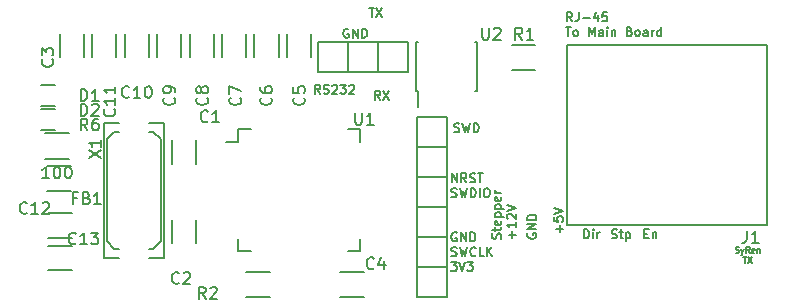
<source format=gto>
G04 #@! TF.FileFunction,Legend,Top*
%FSLAX46Y46*%
G04 Gerber Fmt 4.6, Leading zero omitted, Abs format (unit mm)*
G04 Created by KiCad (PCBNEW (2015-01-16 BZR 5376)-product) date 3/8/2015 1:32:21 AM*
%MOMM*%
G01*
G04 APERTURE LIST*
%ADD10C,0.149860*%
%ADD11C,0.177800*%
%ADD12C,0.127000*%
%ADD13C,0.150000*%
G04 APERTURE END LIST*
D10*
D11*
X267066857Y-130522414D02*
X266812857Y-130159557D01*
X266631429Y-130522414D02*
X266631429Y-129760414D01*
X266921714Y-129760414D01*
X266994286Y-129796700D01*
X267030571Y-129832986D01*
X267066857Y-129905557D01*
X267066857Y-130014414D01*
X267030571Y-130086986D01*
X266994286Y-130123271D01*
X266921714Y-130159557D01*
X266631429Y-130159557D01*
X267611143Y-129760414D02*
X267611143Y-130304700D01*
X267574857Y-130413557D01*
X267502286Y-130486129D01*
X267393429Y-130522414D01*
X267320857Y-130522414D01*
X267974000Y-130232129D02*
X268554571Y-130232129D01*
X269244000Y-130014414D02*
X269244000Y-130522414D01*
X269062571Y-129724129D02*
X268881143Y-130268414D01*
X269352857Y-130268414D01*
X270006000Y-129760414D02*
X269643143Y-129760414D01*
X269606857Y-130123271D01*
X269643143Y-130086986D01*
X269715714Y-130050700D01*
X269897143Y-130050700D01*
X269969714Y-130086986D01*
X270006000Y-130123271D01*
X270042285Y-130195843D01*
X270042285Y-130377271D01*
X270006000Y-130449843D01*
X269969714Y-130486129D01*
X269897143Y-130522414D01*
X269715714Y-130522414D01*
X269643143Y-130486129D01*
X269606857Y-130449843D01*
X266522571Y-131005014D02*
X266958000Y-131005014D01*
X266740286Y-131767014D02*
X266740286Y-131005014D01*
X267320857Y-131767014D02*
X267248285Y-131730729D01*
X267212000Y-131694443D01*
X267175714Y-131621871D01*
X267175714Y-131404157D01*
X267212000Y-131331586D01*
X267248285Y-131295300D01*
X267320857Y-131259014D01*
X267429714Y-131259014D01*
X267502285Y-131295300D01*
X267538571Y-131331586D01*
X267574857Y-131404157D01*
X267574857Y-131621871D01*
X267538571Y-131694443D01*
X267502285Y-131730729D01*
X267429714Y-131767014D01*
X267320857Y-131767014D01*
X268482000Y-131767014D02*
X268482000Y-131005014D01*
X268736000Y-131549300D01*
X268990000Y-131005014D01*
X268990000Y-131767014D01*
X269679428Y-131767014D02*
X269679428Y-131367871D01*
X269643142Y-131295300D01*
X269570571Y-131259014D01*
X269425428Y-131259014D01*
X269352857Y-131295300D01*
X269679428Y-131730729D02*
X269606857Y-131767014D01*
X269425428Y-131767014D01*
X269352857Y-131730729D01*
X269316571Y-131658157D01*
X269316571Y-131585586D01*
X269352857Y-131513014D01*
X269425428Y-131476729D01*
X269606857Y-131476729D01*
X269679428Y-131440443D01*
X270042286Y-131767014D02*
X270042286Y-131259014D01*
X270042286Y-131005014D02*
X270006000Y-131041300D01*
X270042286Y-131077586D01*
X270078571Y-131041300D01*
X270042286Y-131005014D01*
X270042286Y-131077586D01*
X270405143Y-131259014D02*
X270405143Y-131767014D01*
X270405143Y-131331586D02*
X270441428Y-131295300D01*
X270514000Y-131259014D01*
X270622857Y-131259014D01*
X270695428Y-131295300D01*
X270731714Y-131367871D01*
X270731714Y-131767014D01*
X271929143Y-131367871D02*
X272038000Y-131404157D01*
X272074285Y-131440443D01*
X272110571Y-131513014D01*
X272110571Y-131621871D01*
X272074285Y-131694443D01*
X272038000Y-131730729D01*
X271965428Y-131767014D01*
X271675143Y-131767014D01*
X271675143Y-131005014D01*
X271929143Y-131005014D01*
X272001714Y-131041300D01*
X272038000Y-131077586D01*
X272074285Y-131150157D01*
X272074285Y-131222729D01*
X272038000Y-131295300D01*
X272001714Y-131331586D01*
X271929143Y-131367871D01*
X271675143Y-131367871D01*
X272546000Y-131767014D02*
X272473428Y-131730729D01*
X272437143Y-131694443D01*
X272400857Y-131621871D01*
X272400857Y-131404157D01*
X272437143Y-131331586D01*
X272473428Y-131295300D01*
X272546000Y-131259014D01*
X272654857Y-131259014D01*
X272727428Y-131295300D01*
X272763714Y-131331586D01*
X272800000Y-131404157D01*
X272800000Y-131621871D01*
X272763714Y-131694443D01*
X272727428Y-131730729D01*
X272654857Y-131767014D01*
X272546000Y-131767014D01*
X273453143Y-131767014D02*
X273453143Y-131367871D01*
X273416857Y-131295300D01*
X273344286Y-131259014D01*
X273199143Y-131259014D01*
X273126572Y-131295300D01*
X273453143Y-131730729D02*
X273380572Y-131767014D01*
X273199143Y-131767014D01*
X273126572Y-131730729D01*
X273090286Y-131658157D01*
X273090286Y-131585586D01*
X273126572Y-131513014D01*
X273199143Y-131476729D01*
X273380572Y-131476729D01*
X273453143Y-131440443D01*
X273816001Y-131767014D02*
X273816001Y-131259014D01*
X273816001Y-131404157D02*
X273852286Y-131331586D01*
X273888572Y-131295300D01*
X273961143Y-131259014D01*
X274033715Y-131259014D01*
X274614286Y-131767014D02*
X274614286Y-131005014D01*
X274614286Y-131730729D02*
X274541715Y-131767014D01*
X274396572Y-131767014D01*
X274324000Y-131730729D01*
X274287715Y-131694443D01*
X274251429Y-131621871D01*
X274251429Y-131404157D01*
X274287715Y-131331586D01*
X274324000Y-131295300D01*
X274396572Y-131259014D01*
X274541715Y-131259014D01*
X274614286Y-131295300D01*
X273192000Y-148495571D02*
X273446000Y-148495571D01*
X273554857Y-148894714D02*
X273192000Y-148894714D01*
X273192000Y-148132714D01*
X273554857Y-148132714D01*
X273881429Y-148386714D02*
X273881429Y-148894714D01*
X273881429Y-148459286D02*
X273917714Y-148423000D01*
X273990286Y-148386714D01*
X274099143Y-148386714D01*
X274171714Y-148423000D01*
X274208000Y-148495571D01*
X274208000Y-148894714D01*
X270419857Y-148858429D02*
X270528714Y-148894714D01*
X270710143Y-148894714D01*
X270782714Y-148858429D01*
X270819000Y-148822143D01*
X270855285Y-148749571D01*
X270855285Y-148677000D01*
X270819000Y-148604429D01*
X270782714Y-148568143D01*
X270710143Y-148531857D01*
X270565000Y-148495571D01*
X270492428Y-148459286D01*
X270456143Y-148423000D01*
X270419857Y-148350429D01*
X270419857Y-148277857D01*
X270456143Y-148205286D01*
X270492428Y-148169000D01*
X270565000Y-148132714D01*
X270746428Y-148132714D01*
X270855285Y-148169000D01*
X271072999Y-148386714D02*
X271363285Y-148386714D01*
X271181857Y-148132714D02*
X271181857Y-148785857D01*
X271218142Y-148858429D01*
X271290714Y-148894714D01*
X271363285Y-148894714D01*
X271617286Y-148386714D02*
X271617286Y-149148714D01*
X271617286Y-148423000D02*
X271689857Y-148386714D01*
X271835000Y-148386714D01*
X271907571Y-148423000D01*
X271943857Y-148459286D01*
X271980143Y-148531857D01*
X271980143Y-148749571D01*
X271943857Y-148822143D01*
X271907571Y-148858429D01*
X271835000Y-148894714D01*
X271689857Y-148894714D01*
X271617286Y-148858429D01*
X268083144Y-148894714D02*
X268083144Y-148132714D01*
X268264572Y-148132714D01*
X268373429Y-148169000D01*
X268446001Y-148241571D01*
X268482286Y-148314143D01*
X268518572Y-148459286D01*
X268518572Y-148568143D01*
X268482286Y-148713286D01*
X268446001Y-148785857D01*
X268373429Y-148858429D01*
X268264572Y-148894714D01*
X268083144Y-148894714D01*
X268845144Y-148894714D02*
X268845144Y-148386714D01*
X268845144Y-148132714D02*
X268808858Y-148169000D01*
X268845144Y-148205286D01*
X268881429Y-148169000D01*
X268845144Y-148132714D01*
X268845144Y-148205286D01*
X269208001Y-148894714D02*
X269208001Y-148386714D01*
X269208001Y-148531857D02*
X269244286Y-148459286D01*
X269280572Y-148423000D01*
X269353143Y-148386714D01*
X269425715Y-148386714D01*
X266004429Y-148368571D02*
X266004429Y-147788000D01*
X266294714Y-148078286D02*
X265714143Y-148078286D01*
X265532714Y-147062285D02*
X265532714Y-147425142D01*
X265895571Y-147461428D01*
X265859286Y-147425142D01*
X265823000Y-147352571D01*
X265823000Y-147171142D01*
X265859286Y-147098571D01*
X265895571Y-147062285D01*
X265968143Y-147026000D01*
X266149571Y-147026000D01*
X266222143Y-147062285D01*
X266258429Y-147098571D01*
X266294714Y-147171142D01*
X266294714Y-147352571D01*
X266258429Y-147425142D01*
X266222143Y-147461428D01*
X265532714Y-146808286D02*
X266294714Y-146554286D01*
X265532714Y-146300286D01*
X263319000Y-148469429D02*
X263282714Y-148542000D01*
X263282714Y-148650857D01*
X263319000Y-148759714D01*
X263391571Y-148832286D01*
X263464143Y-148868571D01*
X263609286Y-148904857D01*
X263718143Y-148904857D01*
X263863286Y-148868571D01*
X263935857Y-148832286D01*
X264008429Y-148759714D01*
X264044714Y-148650857D01*
X264044714Y-148578286D01*
X264008429Y-148469429D01*
X263972143Y-148433143D01*
X263718143Y-148433143D01*
X263718143Y-148578286D01*
X264044714Y-148106571D02*
X263282714Y-148106571D01*
X264044714Y-147671143D01*
X263282714Y-147671143D01*
X264044714Y-147308285D02*
X263282714Y-147308285D01*
X263282714Y-147126857D01*
X263319000Y-147018000D01*
X263391571Y-146945428D01*
X263464143Y-146909143D01*
X263609286Y-146872857D01*
X263718143Y-146872857D01*
X263863286Y-146909143D01*
X263935857Y-146945428D01*
X264008429Y-147018000D01*
X264044714Y-147126857D01*
X264044714Y-147308285D01*
X261013829Y-148904857D02*
X261050114Y-148796000D01*
X261050114Y-148614571D01*
X261013829Y-148542000D01*
X260977543Y-148505714D01*
X260904971Y-148469429D01*
X260832400Y-148469429D01*
X260759829Y-148505714D01*
X260723543Y-148542000D01*
X260687257Y-148614571D01*
X260650971Y-148759714D01*
X260614686Y-148832286D01*
X260578400Y-148868571D01*
X260505829Y-148904857D01*
X260433257Y-148904857D01*
X260360686Y-148868571D01*
X260324400Y-148832286D01*
X260288114Y-148759714D01*
X260288114Y-148578286D01*
X260324400Y-148469429D01*
X260542114Y-148251715D02*
X260542114Y-147961429D01*
X260288114Y-148142857D02*
X260941257Y-148142857D01*
X261013829Y-148106572D01*
X261050114Y-148034000D01*
X261050114Y-147961429D01*
X261013829Y-147417143D02*
X261050114Y-147489714D01*
X261050114Y-147634857D01*
X261013829Y-147707428D01*
X260941257Y-147743714D01*
X260650971Y-147743714D01*
X260578400Y-147707428D01*
X260542114Y-147634857D01*
X260542114Y-147489714D01*
X260578400Y-147417143D01*
X260650971Y-147380857D01*
X260723543Y-147380857D01*
X260796114Y-147743714D01*
X260542114Y-147054285D02*
X261304114Y-147054285D01*
X260578400Y-147054285D02*
X260542114Y-146981714D01*
X260542114Y-146836571D01*
X260578400Y-146764000D01*
X260614686Y-146727714D01*
X260687257Y-146691428D01*
X260904971Y-146691428D01*
X260977543Y-146727714D01*
X261013829Y-146764000D01*
X261050114Y-146836571D01*
X261050114Y-146981714D01*
X261013829Y-147054285D01*
X260542114Y-146364856D02*
X261304114Y-146364856D01*
X260578400Y-146364856D02*
X260542114Y-146292285D01*
X260542114Y-146147142D01*
X260578400Y-146074571D01*
X260614686Y-146038285D01*
X260687257Y-146001999D01*
X260904971Y-146001999D01*
X260977543Y-146038285D01*
X261013829Y-146074571D01*
X261050114Y-146147142D01*
X261050114Y-146292285D01*
X261013829Y-146364856D01*
X261013829Y-145385142D02*
X261050114Y-145457713D01*
X261050114Y-145602856D01*
X261013829Y-145675427D01*
X260941257Y-145711713D01*
X260650971Y-145711713D01*
X260578400Y-145675427D01*
X260542114Y-145602856D01*
X260542114Y-145457713D01*
X260578400Y-145385142D01*
X260650971Y-145348856D01*
X260723543Y-145348856D01*
X260796114Y-145711713D01*
X261050114Y-145022284D02*
X260542114Y-145022284D01*
X260687257Y-145022284D02*
X260614686Y-144985999D01*
X260578400Y-144949713D01*
X260542114Y-144877142D01*
X260542114Y-144804570D01*
X262004429Y-148868571D02*
X262004429Y-148288000D01*
X262294714Y-148578286D02*
X261714143Y-148578286D01*
X262294714Y-147526000D02*
X262294714Y-147961428D01*
X262294714Y-147743714D02*
X261532714Y-147743714D01*
X261641571Y-147816285D01*
X261714143Y-147888857D01*
X261750429Y-147961428D01*
X261605286Y-147235714D02*
X261569000Y-147199428D01*
X261532714Y-147126857D01*
X261532714Y-146945428D01*
X261569000Y-146872857D01*
X261605286Y-146836571D01*
X261677857Y-146800286D01*
X261750429Y-146800286D01*
X261859286Y-146836571D01*
X262294714Y-147272000D01*
X262294714Y-146800286D01*
X261532714Y-146582572D02*
X262294714Y-146328572D01*
X261532714Y-146074572D01*
X256808857Y-150882714D02*
X257280571Y-150882714D01*
X257026571Y-151173000D01*
X257135429Y-151173000D01*
X257208000Y-151209286D01*
X257244286Y-151245571D01*
X257280571Y-151318143D01*
X257280571Y-151499571D01*
X257244286Y-151572143D01*
X257208000Y-151608429D01*
X257135429Y-151644714D01*
X256917714Y-151644714D01*
X256845143Y-151608429D01*
X256808857Y-151572143D01*
X257498285Y-150882714D02*
X257752285Y-151644714D01*
X258006285Y-150882714D01*
X258187714Y-150882714D02*
X258659428Y-150882714D01*
X258405428Y-151173000D01*
X258514286Y-151173000D01*
X258586857Y-151209286D01*
X258623143Y-151245571D01*
X258659428Y-151318143D01*
X258659428Y-151499571D01*
X258623143Y-151572143D01*
X258586857Y-151608429D01*
X258514286Y-151644714D01*
X258296571Y-151644714D01*
X258224000Y-151608429D01*
X258187714Y-151572143D01*
X256845143Y-150358429D02*
X256954000Y-150394714D01*
X257135429Y-150394714D01*
X257208000Y-150358429D01*
X257244286Y-150322143D01*
X257280571Y-150249571D01*
X257280571Y-150177000D01*
X257244286Y-150104429D01*
X257208000Y-150068143D01*
X257135429Y-150031857D01*
X256990286Y-149995571D01*
X256917714Y-149959286D01*
X256881429Y-149923000D01*
X256845143Y-149850429D01*
X256845143Y-149777857D01*
X256881429Y-149705286D01*
X256917714Y-149669000D01*
X256990286Y-149632714D01*
X257171714Y-149632714D01*
X257280571Y-149669000D01*
X257534571Y-149632714D02*
X257716000Y-150394714D01*
X257861143Y-149850429D01*
X258006285Y-150394714D01*
X258187714Y-149632714D01*
X258913428Y-150322143D02*
X258877142Y-150358429D01*
X258768285Y-150394714D01*
X258695714Y-150394714D01*
X258586857Y-150358429D01*
X258514285Y-150285857D01*
X258478000Y-150213286D01*
X258441714Y-150068143D01*
X258441714Y-149959286D01*
X258478000Y-149814143D01*
X258514285Y-149741571D01*
X258586857Y-149669000D01*
X258695714Y-149632714D01*
X258768285Y-149632714D01*
X258877142Y-149669000D01*
X258913428Y-149705286D01*
X259602857Y-150394714D02*
X259240000Y-150394714D01*
X259240000Y-149632714D01*
X259856857Y-150394714D02*
X259856857Y-149632714D01*
X260292285Y-150394714D02*
X259965714Y-149959286D01*
X260292285Y-149632714D02*
X259856857Y-150068143D01*
X257280571Y-148419000D02*
X257208000Y-148382714D01*
X257099143Y-148382714D01*
X256990286Y-148419000D01*
X256917714Y-148491571D01*
X256881429Y-148564143D01*
X256845143Y-148709286D01*
X256845143Y-148818143D01*
X256881429Y-148963286D01*
X256917714Y-149035857D01*
X256990286Y-149108429D01*
X257099143Y-149144714D01*
X257171714Y-149144714D01*
X257280571Y-149108429D01*
X257316857Y-149072143D01*
X257316857Y-148818143D01*
X257171714Y-148818143D01*
X257643429Y-149144714D02*
X257643429Y-148382714D01*
X258078857Y-149144714D01*
X258078857Y-148382714D01*
X258441715Y-149144714D02*
X258441715Y-148382714D01*
X258623143Y-148382714D01*
X258732000Y-148419000D01*
X258804572Y-148491571D01*
X258840857Y-148564143D01*
X258877143Y-148709286D01*
X258877143Y-148818143D01*
X258840857Y-148963286D01*
X258804572Y-149035857D01*
X258732000Y-149108429D01*
X258623143Y-149144714D01*
X258441715Y-149144714D01*
X256845143Y-145358429D02*
X256954000Y-145394714D01*
X257135429Y-145394714D01*
X257208000Y-145358429D01*
X257244286Y-145322143D01*
X257280571Y-145249571D01*
X257280571Y-145177000D01*
X257244286Y-145104429D01*
X257208000Y-145068143D01*
X257135429Y-145031857D01*
X256990286Y-144995571D01*
X256917714Y-144959286D01*
X256881429Y-144923000D01*
X256845143Y-144850429D01*
X256845143Y-144777857D01*
X256881429Y-144705286D01*
X256917714Y-144669000D01*
X256990286Y-144632714D01*
X257171714Y-144632714D01*
X257280571Y-144669000D01*
X257534571Y-144632714D02*
X257716000Y-145394714D01*
X257861143Y-144850429D01*
X258006285Y-145394714D01*
X258187714Y-144632714D01*
X258478000Y-145394714D02*
X258478000Y-144632714D01*
X258659428Y-144632714D01*
X258768285Y-144669000D01*
X258840857Y-144741571D01*
X258877142Y-144814143D01*
X258913428Y-144959286D01*
X258913428Y-145068143D01*
X258877142Y-145213286D01*
X258840857Y-145285857D01*
X258768285Y-145358429D01*
X258659428Y-145394714D01*
X258478000Y-145394714D01*
X259240000Y-145394714D02*
X259240000Y-144632714D01*
X259747999Y-144632714D02*
X259893142Y-144632714D01*
X259965714Y-144669000D01*
X260038285Y-144741571D01*
X260074571Y-144886714D01*
X260074571Y-145140714D01*
X260038285Y-145285857D01*
X259965714Y-145358429D01*
X259893142Y-145394714D01*
X259747999Y-145394714D01*
X259675428Y-145358429D01*
X259602857Y-145285857D01*
X259566571Y-145140714D01*
X259566571Y-144886714D01*
X259602857Y-144741571D01*
X259675428Y-144669000D01*
X259747999Y-144632714D01*
X256881429Y-144144714D02*
X256881429Y-143382714D01*
X257316857Y-144144714D01*
X257316857Y-143382714D01*
X258115143Y-144144714D02*
X257861143Y-143781857D01*
X257679715Y-144144714D02*
X257679715Y-143382714D01*
X257970000Y-143382714D01*
X258042572Y-143419000D01*
X258078857Y-143455286D01*
X258115143Y-143527857D01*
X258115143Y-143636714D01*
X258078857Y-143709286D01*
X258042572Y-143745571D01*
X257970000Y-143781857D01*
X257679715Y-143781857D01*
X258405429Y-144108429D02*
X258514286Y-144144714D01*
X258695715Y-144144714D01*
X258768286Y-144108429D01*
X258804572Y-144072143D01*
X258840857Y-143999571D01*
X258840857Y-143927000D01*
X258804572Y-143854429D01*
X258768286Y-143818143D01*
X258695715Y-143781857D01*
X258550572Y-143745571D01*
X258478000Y-143709286D01*
X258441715Y-143673000D01*
X258405429Y-143600429D01*
X258405429Y-143527857D01*
X258441715Y-143455286D01*
X258478000Y-143419000D01*
X258550572Y-143382714D01*
X258732000Y-143382714D01*
X258840857Y-143419000D01*
X259058571Y-143382714D02*
X259494000Y-143382714D01*
X259276286Y-144144714D02*
X259276286Y-143382714D01*
X257095143Y-139858429D02*
X257204000Y-139894714D01*
X257385429Y-139894714D01*
X257458000Y-139858429D01*
X257494286Y-139822143D01*
X257530571Y-139749571D01*
X257530571Y-139677000D01*
X257494286Y-139604429D01*
X257458000Y-139568143D01*
X257385429Y-139531857D01*
X257240286Y-139495571D01*
X257167714Y-139459286D01*
X257131429Y-139423000D01*
X257095143Y-139350429D01*
X257095143Y-139277857D01*
X257131429Y-139205286D01*
X257167714Y-139169000D01*
X257240286Y-139132714D01*
X257421714Y-139132714D01*
X257530571Y-139169000D01*
X257784571Y-139132714D02*
X257966000Y-139894714D01*
X258111143Y-139350429D01*
X258256285Y-139894714D01*
X258437714Y-139132714D01*
X258728000Y-139894714D02*
X258728000Y-139132714D01*
X258909428Y-139132714D01*
X259018285Y-139169000D01*
X259090857Y-139241571D01*
X259127142Y-139314143D01*
X259163428Y-139459286D01*
X259163428Y-139568143D01*
X259127142Y-139713286D01*
X259090857Y-139785857D01*
X259018285Y-139858429D01*
X258909428Y-139894714D01*
X258728000Y-139894714D01*
X248119428Y-131169000D02*
X248046857Y-131132714D01*
X247938000Y-131132714D01*
X247829143Y-131169000D01*
X247756571Y-131241571D01*
X247720286Y-131314143D01*
X247684000Y-131459286D01*
X247684000Y-131568143D01*
X247720286Y-131713286D01*
X247756571Y-131785857D01*
X247829143Y-131858429D01*
X247938000Y-131894714D01*
X248010571Y-131894714D01*
X248119428Y-131858429D01*
X248155714Y-131822143D01*
X248155714Y-131568143D01*
X248010571Y-131568143D01*
X248482286Y-131894714D02*
X248482286Y-131132714D01*
X248917714Y-131894714D01*
X248917714Y-131132714D01*
X249280572Y-131894714D02*
X249280572Y-131132714D01*
X249462000Y-131132714D01*
X249570857Y-131169000D01*
X249643429Y-131241571D01*
X249679714Y-131314143D01*
X249716000Y-131459286D01*
X249716000Y-131568143D01*
X249679714Y-131713286D01*
X249643429Y-131785857D01*
X249570857Y-131858429D01*
X249462000Y-131894714D01*
X249280572Y-131894714D01*
X249869429Y-129382714D02*
X250304858Y-129382714D01*
X250087144Y-130144714D02*
X250087144Y-129382714D01*
X250486286Y-129382714D02*
X250994286Y-130144714D01*
X250994286Y-129382714D02*
X250486286Y-130144714D01*
X250823000Y-137144714D02*
X250569000Y-136781857D01*
X250387572Y-137144714D02*
X250387572Y-136382714D01*
X250677857Y-136382714D01*
X250750429Y-136419000D01*
X250786714Y-136455286D01*
X250823000Y-136527857D01*
X250823000Y-136636714D01*
X250786714Y-136709286D01*
X250750429Y-136745571D01*
X250677857Y-136781857D01*
X250387572Y-136781857D01*
X251077000Y-136382714D02*
X251585000Y-137144714D01*
X251585000Y-136382714D02*
X251077000Y-137144714D01*
D12*
X280909809Y-150086519D02*
X280982380Y-150110710D01*
X281103333Y-150110710D01*
X281151714Y-150086519D01*
X281175904Y-150062329D01*
X281200095Y-150013948D01*
X281200095Y-149965567D01*
X281175904Y-149917186D01*
X281151714Y-149892995D01*
X281103333Y-149868805D01*
X281006571Y-149844614D01*
X280958190Y-149820424D01*
X280933999Y-149796233D01*
X280909809Y-149747852D01*
X280909809Y-149699471D01*
X280933999Y-149651090D01*
X280958190Y-149626900D01*
X281006571Y-149602710D01*
X281127523Y-149602710D01*
X281200095Y-149626900D01*
X281369428Y-149772043D02*
X281490381Y-150110710D01*
X281611333Y-149772043D02*
X281490381Y-150110710D01*
X281442000Y-150231662D01*
X281417809Y-150255852D01*
X281369428Y-150280043D01*
X282095143Y-150110710D02*
X281925810Y-149868805D01*
X281804857Y-150110710D02*
X281804857Y-149602710D01*
X281998381Y-149602710D01*
X282046762Y-149626900D01*
X282070953Y-149651090D01*
X282095143Y-149699471D01*
X282095143Y-149772043D01*
X282070953Y-149820424D01*
X282046762Y-149844614D01*
X281998381Y-149868805D01*
X281804857Y-149868805D01*
X282506381Y-150086519D02*
X282458000Y-150110710D01*
X282361238Y-150110710D01*
X282312857Y-150086519D01*
X282288667Y-150038138D01*
X282288667Y-149844614D01*
X282312857Y-149796233D01*
X282361238Y-149772043D01*
X282458000Y-149772043D01*
X282506381Y-149796233D01*
X282530572Y-149844614D01*
X282530572Y-149892995D01*
X282288667Y-149941376D01*
X282748286Y-149772043D02*
X282748286Y-150110710D01*
X282748286Y-149820424D02*
X282772477Y-149796233D01*
X282820858Y-149772043D01*
X282893429Y-149772043D01*
X282941810Y-149796233D01*
X282966001Y-149844614D01*
X282966001Y-150110710D01*
X281562952Y-150440910D02*
X281853238Y-150440910D01*
X281708095Y-150948910D02*
X281708095Y-150440910D01*
X281974190Y-150440910D02*
X282312857Y-150948910D01*
X282312857Y-150440910D02*
X281974190Y-150948910D01*
D13*
X233175000Y-140550000D02*
X233175000Y-142550000D01*
X235225000Y-142550000D02*
X235225000Y-140550000D01*
X238775000Y-139625000D02*
X238775000Y-140700000D01*
X249125000Y-139625000D02*
X249125000Y-140700000D01*
X249125000Y-149975000D02*
X249125000Y-148900000D01*
X238775000Y-149975000D02*
X238775000Y-148900000D01*
X238775000Y-139625000D02*
X239850000Y-139625000D01*
X238775000Y-149975000D02*
X239850000Y-149975000D01*
X249125000Y-149975000D02*
X248050000Y-149975000D01*
X249125000Y-139625000D02*
X248050000Y-139625000D01*
X238775000Y-140700000D02*
X237750000Y-140700000D01*
X235225000Y-149300000D02*
X235225000Y-147300000D01*
X233175000Y-147300000D02*
X233175000Y-149300000D01*
X223675000Y-131550000D02*
X223675000Y-133550000D01*
X225725000Y-133550000D02*
X225725000Y-131550000D01*
X247450000Y-153825000D02*
X249450000Y-153825000D01*
X249450000Y-151775000D02*
X247450000Y-151775000D01*
X242925000Y-131550000D02*
X242925000Y-133550000D01*
X244975000Y-133550000D02*
X244975000Y-131550000D01*
X240175000Y-131550000D02*
X240175000Y-133550000D01*
X242225000Y-133550000D02*
X242225000Y-131550000D01*
X237425000Y-131550000D02*
X237425000Y-133550000D01*
X239475000Y-133550000D02*
X239475000Y-131550000D01*
X234675000Y-131550000D02*
X234675000Y-133550000D01*
X236725000Y-133550000D02*
X236725000Y-131550000D01*
X231925000Y-131550000D02*
X231925000Y-133550000D01*
X233975000Y-133550000D02*
X233975000Y-131550000D01*
X229175000Y-131550000D02*
X229175000Y-133550000D01*
X231225000Y-133550000D02*
X231225000Y-131550000D01*
X226425000Y-131550000D02*
X226425000Y-133550000D01*
X228475000Y-133550000D02*
X228475000Y-131550000D01*
X222700000Y-148825000D02*
X224700000Y-148825000D01*
X224700000Y-146775000D02*
X222700000Y-146775000D01*
X222700000Y-151575000D02*
X224700000Y-151575000D01*
X224700000Y-149525000D02*
X222700000Y-149525000D01*
X224600000Y-144875000D02*
X222600000Y-144875000D01*
X222600000Y-142725000D02*
X224600000Y-142725000D01*
X263950000Y-134625000D02*
X261950000Y-134625000D01*
X261950000Y-132475000D02*
X263950000Y-132475000D01*
X239450000Y-151725000D02*
X241450000Y-151725000D01*
X241450000Y-153875000D02*
X239450000Y-153875000D01*
X231601000Y-139847000D02*
X231220000Y-139847000D01*
X228299000Y-139847000D02*
X228680000Y-139847000D01*
X228299000Y-149753000D02*
X228680000Y-149753000D01*
X231601000Y-149753000D02*
X231220000Y-149753000D01*
X232490000Y-150515000D02*
X231220000Y-150515000D01*
X227410000Y-150515000D02*
X228680000Y-150515000D01*
X227410000Y-139085000D02*
X228680000Y-139085000D01*
X232490000Y-139085000D02*
X231220000Y-139085000D01*
X228299000Y-139847000D02*
X227664000Y-140482000D01*
X227664000Y-140482000D02*
X227664000Y-149118000D01*
X227664000Y-149118000D02*
X228299000Y-149753000D01*
X231601000Y-149753000D02*
X232236000Y-149118000D01*
X232236000Y-149118000D02*
X232236000Y-140482000D01*
X232236000Y-140482000D02*
X231601000Y-139847000D01*
X227410000Y-150515000D02*
X227410000Y-139085000D01*
X232490000Y-139085000D02*
X232490000Y-150515000D01*
X266635800Y-147725000D02*
X283526800Y-147725000D01*
X283526800Y-147725000D02*
X283526800Y-132485000D01*
X283526800Y-132485000D02*
X266635800Y-132485000D01*
X266635800Y-132485000D02*
X266635800Y-147725000D01*
X253875000Y-136375000D02*
X254020000Y-136375000D01*
X253875000Y-132225000D02*
X254020000Y-132225000D01*
X259025000Y-132225000D02*
X258880000Y-132225000D01*
X259025000Y-136375000D02*
X258880000Y-136375000D01*
X253875000Y-136375000D02*
X253875000Y-132225000D01*
X259025000Y-136375000D02*
X259025000Y-132225000D01*
X254020000Y-136375000D02*
X254020000Y-137775000D01*
X223300000Y-137675000D02*
X222100000Y-137675000D01*
X222100000Y-135925000D02*
X223300000Y-135925000D01*
X223300000Y-139675000D02*
X222100000Y-139675000D01*
X222100000Y-137925000D02*
X223300000Y-137925000D01*
X224450000Y-142125000D02*
X222450000Y-142125000D01*
X222450000Y-139975000D02*
X224450000Y-139975000D01*
X256470000Y-138572000D02*
X253930000Y-138572000D01*
X256470000Y-141112000D02*
X256470000Y-138572000D01*
X253930000Y-141112000D02*
X256470000Y-141112000D01*
X253930000Y-138572000D02*
X253930000Y-141112000D01*
X253930000Y-143652000D02*
X253930000Y-141112000D01*
X256470000Y-143652000D02*
X253930000Y-143652000D01*
X256470000Y-141112000D02*
X256470000Y-143652000D01*
X253930000Y-146192000D02*
X253930000Y-143652000D01*
X256470000Y-146192000D02*
X253930000Y-146192000D01*
X256470000Y-143652000D02*
X256470000Y-146192000D01*
X253930000Y-148732000D02*
X253930000Y-146192000D01*
X253930000Y-146192000D02*
X256470000Y-146192000D01*
X256470000Y-146192000D02*
X256470000Y-148732000D01*
X253930000Y-151272000D02*
X253930000Y-148732000D01*
X253930000Y-148732000D02*
X256470000Y-148732000D01*
X256470000Y-148732000D02*
X256470000Y-151272000D01*
X256470000Y-153812000D02*
X256470000Y-151272000D01*
X256470000Y-151272000D02*
X253930000Y-151272000D01*
X253930000Y-151272000D02*
X253930000Y-153812000D01*
X253930000Y-153812000D02*
X256470000Y-153812000D01*
X248132000Y-134820000D02*
X245592000Y-134820000D01*
X245592000Y-134820000D02*
X245592000Y-132280000D01*
X245592000Y-132280000D02*
X248132000Y-132280000D01*
X250672000Y-134820000D02*
X248132000Y-134820000D01*
X248132000Y-134820000D02*
X248132000Y-132280000D01*
X248132000Y-132280000D02*
X250672000Y-132280000D01*
X253212000Y-132280000D02*
X250672000Y-132280000D01*
X250672000Y-132280000D02*
X250672000Y-134820000D01*
X250672000Y-134820000D02*
X253212000Y-134820000D01*
X253212000Y-134820000D02*
X253212000Y-132280000D01*
X236233334Y-138957143D02*
X236185715Y-139004762D01*
X236042858Y-139052381D01*
X235947620Y-139052381D01*
X235804762Y-139004762D01*
X235709524Y-138909524D01*
X235661905Y-138814286D01*
X235614286Y-138623810D01*
X235614286Y-138480952D01*
X235661905Y-138290476D01*
X235709524Y-138195238D01*
X235804762Y-138100000D01*
X235947620Y-138052381D01*
X236042858Y-138052381D01*
X236185715Y-138100000D01*
X236233334Y-138147619D01*
X237185715Y-139052381D02*
X236614286Y-139052381D01*
X236900000Y-139052381D02*
X236900000Y-138052381D01*
X236804762Y-138195238D01*
X236709524Y-138290476D01*
X236614286Y-138338095D01*
X248688095Y-138252381D02*
X248688095Y-139061905D01*
X248735714Y-139157143D01*
X248783333Y-139204762D01*
X248878571Y-139252381D01*
X249069048Y-139252381D01*
X249164286Y-139204762D01*
X249211905Y-139157143D01*
X249259524Y-139061905D01*
X249259524Y-138252381D01*
X250259524Y-139252381D02*
X249688095Y-139252381D01*
X249973809Y-139252381D02*
X249973809Y-138252381D01*
X249878571Y-138395238D01*
X249783333Y-138490476D01*
X249688095Y-138538095D01*
X233783334Y-152657143D02*
X233735715Y-152704762D01*
X233592858Y-152752381D01*
X233497620Y-152752381D01*
X233354762Y-152704762D01*
X233259524Y-152609524D01*
X233211905Y-152514286D01*
X233164286Y-152323810D01*
X233164286Y-152180952D01*
X233211905Y-151990476D01*
X233259524Y-151895238D01*
X233354762Y-151800000D01*
X233497620Y-151752381D01*
X233592858Y-151752381D01*
X233735715Y-151800000D01*
X233783334Y-151847619D01*
X234164286Y-151847619D02*
X234211905Y-151800000D01*
X234307143Y-151752381D01*
X234545239Y-151752381D01*
X234640477Y-151800000D01*
X234688096Y-151847619D01*
X234735715Y-151942857D01*
X234735715Y-152038095D01*
X234688096Y-152180952D01*
X234116667Y-152752381D01*
X234735715Y-152752381D01*
X223057143Y-133716666D02*
X223104762Y-133764285D01*
X223152381Y-133907142D01*
X223152381Y-134002380D01*
X223104762Y-134145238D01*
X223009524Y-134240476D01*
X222914286Y-134288095D01*
X222723810Y-134335714D01*
X222580952Y-134335714D01*
X222390476Y-134288095D01*
X222295238Y-134240476D01*
X222200000Y-134145238D01*
X222152381Y-134002380D01*
X222152381Y-133907142D01*
X222200000Y-133764285D01*
X222247619Y-133716666D01*
X222152381Y-133383333D02*
X222152381Y-132764285D01*
X222533333Y-133097619D01*
X222533333Y-132954761D01*
X222580952Y-132859523D01*
X222628571Y-132811904D01*
X222723810Y-132764285D01*
X222961905Y-132764285D01*
X223057143Y-132811904D01*
X223104762Y-132859523D01*
X223152381Y-132954761D01*
X223152381Y-133240476D01*
X223104762Y-133335714D01*
X223057143Y-133383333D01*
X250283334Y-151407143D02*
X250235715Y-151454762D01*
X250092858Y-151502381D01*
X249997620Y-151502381D01*
X249854762Y-151454762D01*
X249759524Y-151359524D01*
X249711905Y-151264286D01*
X249664286Y-151073810D01*
X249664286Y-150930952D01*
X249711905Y-150740476D01*
X249759524Y-150645238D01*
X249854762Y-150550000D01*
X249997620Y-150502381D01*
X250092858Y-150502381D01*
X250235715Y-150550000D01*
X250283334Y-150597619D01*
X251140477Y-150835714D02*
X251140477Y-151502381D01*
X250902381Y-150454762D02*
X250664286Y-151169048D01*
X251283334Y-151169048D01*
X244357143Y-136966666D02*
X244404762Y-137014285D01*
X244452381Y-137157142D01*
X244452381Y-137252380D01*
X244404762Y-137395238D01*
X244309524Y-137490476D01*
X244214286Y-137538095D01*
X244023810Y-137585714D01*
X243880952Y-137585714D01*
X243690476Y-137538095D01*
X243595238Y-137490476D01*
X243500000Y-137395238D01*
X243452381Y-137252380D01*
X243452381Y-137157142D01*
X243500000Y-137014285D01*
X243547619Y-136966666D01*
X243452381Y-136061904D02*
X243452381Y-136538095D01*
X243928571Y-136585714D01*
X243880952Y-136538095D01*
X243833333Y-136442857D01*
X243833333Y-136204761D01*
X243880952Y-136109523D01*
X243928571Y-136061904D01*
X244023810Y-136014285D01*
X244261905Y-136014285D01*
X244357143Y-136061904D01*
X244404762Y-136109523D01*
X244452381Y-136204761D01*
X244452381Y-136442857D01*
X244404762Y-136538095D01*
X244357143Y-136585714D01*
X241557143Y-136966666D02*
X241604762Y-137014285D01*
X241652381Y-137157142D01*
X241652381Y-137252380D01*
X241604762Y-137395238D01*
X241509524Y-137490476D01*
X241414286Y-137538095D01*
X241223810Y-137585714D01*
X241080952Y-137585714D01*
X240890476Y-137538095D01*
X240795238Y-137490476D01*
X240700000Y-137395238D01*
X240652381Y-137252380D01*
X240652381Y-137157142D01*
X240700000Y-137014285D01*
X240747619Y-136966666D01*
X240652381Y-136109523D02*
X240652381Y-136300000D01*
X240700000Y-136395238D01*
X240747619Y-136442857D01*
X240890476Y-136538095D01*
X241080952Y-136585714D01*
X241461905Y-136585714D01*
X241557143Y-136538095D01*
X241604762Y-136490476D01*
X241652381Y-136395238D01*
X241652381Y-136204761D01*
X241604762Y-136109523D01*
X241557143Y-136061904D01*
X241461905Y-136014285D01*
X241223810Y-136014285D01*
X241128571Y-136061904D01*
X241080952Y-136109523D01*
X241033333Y-136204761D01*
X241033333Y-136395238D01*
X241080952Y-136490476D01*
X241128571Y-136538095D01*
X241223810Y-136585714D01*
X238957143Y-136966666D02*
X239004762Y-137014285D01*
X239052381Y-137157142D01*
X239052381Y-137252380D01*
X239004762Y-137395238D01*
X238909524Y-137490476D01*
X238814286Y-137538095D01*
X238623810Y-137585714D01*
X238480952Y-137585714D01*
X238290476Y-137538095D01*
X238195238Y-137490476D01*
X238100000Y-137395238D01*
X238052381Y-137252380D01*
X238052381Y-137157142D01*
X238100000Y-137014285D01*
X238147619Y-136966666D01*
X238052381Y-136633333D02*
X238052381Y-135966666D01*
X239052381Y-136395238D01*
X236157143Y-136966666D02*
X236204762Y-137014285D01*
X236252381Y-137157142D01*
X236252381Y-137252380D01*
X236204762Y-137395238D01*
X236109524Y-137490476D01*
X236014286Y-137538095D01*
X235823810Y-137585714D01*
X235680952Y-137585714D01*
X235490476Y-137538095D01*
X235395238Y-137490476D01*
X235300000Y-137395238D01*
X235252381Y-137252380D01*
X235252381Y-137157142D01*
X235300000Y-137014285D01*
X235347619Y-136966666D01*
X235680952Y-136395238D02*
X235633333Y-136490476D01*
X235585714Y-136538095D01*
X235490476Y-136585714D01*
X235442857Y-136585714D01*
X235347619Y-136538095D01*
X235300000Y-136490476D01*
X235252381Y-136395238D01*
X235252381Y-136204761D01*
X235300000Y-136109523D01*
X235347619Y-136061904D01*
X235442857Y-136014285D01*
X235490476Y-136014285D01*
X235585714Y-136061904D01*
X235633333Y-136109523D01*
X235680952Y-136204761D01*
X235680952Y-136395238D01*
X235728571Y-136490476D01*
X235776190Y-136538095D01*
X235871429Y-136585714D01*
X236061905Y-136585714D01*
X236157143Y-136538095D01*
X236204762Y-136490476D01*
X236252381Y-136395238D01*
X236252381Y-136204761D01*
X236204762Y-136109523D01*
X236157143Y-136061904D01*
X236061905Y-136014285D01*
X235871429Y-136014285D01*
X235776190Y-136061904D01*
X235728571Y-136109523D01*
X235680952Y-136204761D01*
X233357143Y-136966666D02*
X233404762Y-137014285D01*
X233452381Y-137157142D01*
X233452381Y-137252380D01*
X233404762Y-137395238D01*
X233309524Y-137490476D01*
X233214286Y-137538095D01*
X233023810Y-137585714D01*
X232880952Y-137585714D01*
X232690476Y-137538095D01*
X232595238Y-137490476D01*
X232500000Y-137395238D01*
X232452381Y-137252380D01*
X232452381Y-137157142D01*
X232500000Y-137014285D01*
X232547619Y-136966666D01*
X233452381Y-136490476D02*
X233452381Y-136300000D01*
X233404762Y-136204761D01*
X233357143Y-136157142D01*
X233214286Y-136061904D01*
X233023810Y-136014285D01*
X232642857Y-136014285D01*
X232547619Y-136061904D01*
X232500000Y-136109523D01*
X232452381Y-136204761D01*
X232452381Y-136395238D01*
X232500000Y-136490476D01*
X232547619Y-136538095D01*
X232642857Y-136585714D01*
X232880952Y-136585714D01*
X232976190Y-136538095D01*
X233023810Y-136490476D01*
X233071429Y-136395238D01*
X233071429Y-136204761D01*
X233023810Y-136109523D01*
X232976190Y-136061904D01*
X232880952Y-136014285D01*
X229557143Y-136907143D02*
X229509524Y-136954762D01*
X229366667Y-137002381D01*
X229271429Y-137002381D01*
X229128571Y-136954762D01*
X229033333Y-136859524D01*
X228985714Y-136764286D01*
X228938095Y-136573810D01*
X228938095Y-136430952D01*
X228985714Y-136240476D01*
X229033333Y-136145238D01*
X229128571Y-136050000D01*
X229271429Y-136002381D01*
X229366667Y-136002381D01*
X229509524Y-136050000D01*
X229557143Y-136097619D01*
X230509524Y-137002381D02*
X229938095Y-137002381D01*
X230223809Y-137002381D02*
X230223809Y-136002381D01*
X230128571Y-136145238D01*
X230033333Y-136240476D01*
X229938095Y-136288095D01*
X231128571Y-136002381D02*
X231223810Y-136002381D01*
X231319048Y-136050000D01*
X231366667Y-136097619D01*
X231414286Y-136192857D01*
X231461905Y-136383333D01*
X231461905Y-136621429D01*
X231414286Y-136811905D01*
X231366667Y-136907143D01*
X231319048Y-136954762D01*
X231223810Y-137002381D01*
X231128571Y-137002381D01*
X231033333Y-136954762D01*
X230985714Y-136907143D01*
X230938095Y-136811905D01*
X230890476Y-136621429D01*
X230890476Y-136383333D01*
X230938095Y-136192857D01*
X230985714Y-136097619D01*
X231033333Y-136050000D01*
X231128571Y-136002381D01*
X228307143Y-137942857D02*
X228354762Y-137990476D01*
X228402381Y-138133333D01*
X228402381Y-138228571D01*
X228354762Y-138371429D01*
X228259524Y-138466667D01*
X228164286Y-138514286D01*
X227973810Y-138561905D01*
X227830952Y-138561905D01*
X227640476Y-138514286D01*
X227545238Y-138466667D01*
X227450000Y-138371429D01*
X227402381Y-138228571D01*
X227402381Y-138133333D01*
X227450000Y-137990476D01*
X227497619Y-137942857D01*
X228402381Y-136990476D02*
X228402381Y-137561905D01*
X228402381Y-137276191D02*
X227402381Y-137276191D01*
X227545238Y-137371429D01*
X227640476Y-137466667D01*
X227688095Y-137561905D01*
X228402381Y-136038095D02*
X228402381Y-136609524D01*
X228402381Y-136323810D02*
X227402381Y-136323810D01*
X227545238Y-136419048D01*
X227640476Y-136514286D01*
X227688095Y-136609524D01*
X220907143Y-146707143D02*
X220859524Y-146754762D01*
X220716667Y-146802381D01*
X220621429Y-146802381D01*
X220478571Y-146754762D01*
X220383333Y-146659524D01*
X220335714Y-146564286D01*
X220288095Y-146373810D01*
X220288095Y-146230952D01*
X220335714Y-146040476D01*
X220383333Y-145945238D01*
X220478571Y-145850000D01*
X220621429Y-145802381D01*
X220716667Y-145802381D01*
X220859524Y-145850000D01*
X220907143Y-145897619D01*
X221859524Y-146802381D02*
X221288095Y-146802381D01*
X221573809Y-146802381D02*
X221573809Y-145802381D01*
X221478571Y-145945238D01*
X221383333Y-146040476D01*
X221288095Y-146088095D01*
X222240476Y-145897619D02*
X222288095Y-145850000D01*
X222383333Y-145802381D01*
X222621429Y-145802381D01*
X222716667Y-145850000D01*
X222764286Y-145897619D01*
X222811905Y-145992857D01*
X222811905Y-146088095D01*
X222764286Y-146230952D01*
X222192857Y-146802381D01*
X222811905Y-146802381D01*
X225057143Y-149307143D02*
X225009524Y-149354762D01*
X224866667Y-149402381D01*
X224771429Y-149402381D01*
X224628571Y-149354762D01*
X224533333Y-149259524D01*
X224485714Y-149164286D01*
X224438095Y-148973810D01*
X224438095Y-148830952D01*
X224485714Y-148640476D01*
X224533333Y-148545238D01*
X224628571Y-148450000D01*
X224771429Y-148402381D01*
X224866667Y-148402381D01*
X225009524Y-148450000D01*
X225057143Y-148497619D01*
X226009524Y-149402381D02*
X225438095Y-149402381D01*
X225723809Y-149402381D02*
X225723809Y-148402381D01*
X225628571Y-148545238D01*
X225533333Y-148640476D01*
X225438095Y-148688095D01*
X226342857Y-148402381D02*
X226961905Y-148402381D01*
X226628571Y-148783333D01*
X226771429Y-148783333D01*
X226866667Y-148830952D01*
X226914286Y-148878571D01*
X226961905Y-148973810D01*
X226961905Y-149211905D01*
X226914286Y-149307143D01*
X226866667Y-149354762D01*
X226771429Y-149402381D01*
X226485714Y-149402381D01*
X226390476Y-149354762D01*
X226342857Y-149307143D01*
X225116667Y-145478571D02*
X224783333Y-145478571D01*
X224783333Y-146002381D02*
X224783333Y-145002381D01*
X225259524Y-145002381D01*
X225973810Y-145478571D02*
X226116667Y-145526190D01*
X226164286Y-145573810D01*
X226211905Y-145669048D01*
X226211905Y-145811905D01*
X226164286Y-145907143D01*
X226116667Y-145954762D01*
X226021429Y-146002381D01*
X225640476Y-146002381D01*
X225640476Y-145002381D01*
X225973810Y-145002381D01*
X226069048Y-145050000D01*
X226116667Y-145097619D01*
X226164286Y-145192857D01*
X226164286Y-145288095D01*
X226116667Y-145383333D01*
X226069048Y-145430952D01*
X225973810Y-145478571D01*
X225640476Y-145478571D01*
X227164286Y-146002381D02*
X226592857Y-146002381D01*
X226878571Y-146002381D02*
X226878571Y-145002381D01*
X226783333Y-145145238D01*
X226688095Y-145240476D01*
X226592857Y-145288095D01*
X262833334Y-132052381D02*
X262500000Y-131576190D01*
X262261905Y-132052381D02*
X262261905Y-131052381D01*
X262642858Y-131052381D01*
X262738096Y-131100000D01*
X262785715Y-131147619D01*
X262833334Y-131242857D01*
X262833334Y-131385714D01*
X262785715Y-131480952D01*
X262738096Y-131528571D01*
X262642858Y-131576190D01*
X262261905Y-131576190D01*
X263785715Y-132052381D02*
X263214286Y-132052381D01*
X263500000Y-132052381D02*
X263500000Y-131052381D01*
X263404762Y-131195238D01*
X263309524Y-131290476D01*
X263214286Y-131338095D01*
X236033334Y-154002381D02*
X235700000Y-153526190D01*
X235461905Y-154002381D02*
X235461905Y-153002381D01*
X235842858Y-153002381D01*
X235938096Y-153050000D01*
X235985715Y-153097619D01*
X236033334Y-153192857D01*
X236033334Y-153335714D01*
X235985715Y-153430952D01*
X235938096Y-153478571D01*
X235842858Y-153526190D01*
X235461905Y-153526190D01*
X236414286Y-153097619D02*
X236461905Y-153050000D01*
X236557143Y-153002381D01*
X236795239Y-153002381D01*
X236890477Y-153050000D01*
X236938096Y-153097619D01*
X236985715Y-153192857D01*
X236985715Y-153288095D01*
X236938096Y-153430952D01*
X236366667Y-154002381D01*
X236985715Y-154002381D01*
X226152381Y-142109524D02*
X227152381Y-141442857D01*
X226152381Y-141442857D02*
X227152381Y-142109524D01*
X227152381Y-140538095D02*
X227152381Y-141109524D01*
X227152381Y-140823810D02*
X226152381Y-140823810D01*
X226295238Y-140919048D01*
X226390476Y-141014286D01*
X226438095Y-141109524D01*
X281866667Y-148252381D02*
X281866667Y-148966667D01*
X281819047Y-149109524D01*
X281723809Y-149204762D01*
X281580952Y-149252381D01*
X281485714Y-149252381D01*
X282866667Y-149252381D02*
X282295238Y-149252381D01*
X282580952Y-149252381D02*
X282580952Y-148252381D01*
X282485714Y-148395238D01*
X282390476Y-148490476D01*
X282295238Y-148538095D01*
X259438095Y-131052381D02*
X259438095Y-131861905D01*
X259485714Y-131957143D01*
X259533333Y-132004762D01*
X259628571Y-132052381D01*
X259819048Y-132052381D01*
X259914286Y-132004762D01*
X259961905Y-131957143D01*
X260009524Y-131861905D01*
X260009524Y-131052381D01*
X260438095Y-131147619D02*
X260485714Y-131100000D01*
X260580952Y-131052381D01*
X260819048Y-131052381D01*
X260914286Y-131100000D01*
X260961905Y-131147619D01*
X261009524Y-131242857D01*
X261009524Y-131338095D01*
X260961905Y-131480952D01*
X260390476Y-132052381D01*
X261009524Y-132052381D01*
X225461905Y-137252381D02*
X225461905Y-136252381D01*
X225700000Y-136252381D01*
X225842858Y-136300000D01*
X225938096Y-136395238D01*
X225985715Y-136490476D01*
X226033334Y-136680952D01*
X226033334Y-136823810D01*
X225985715Y-137014286D01*
X225938096Y-137109524D01*
X225842858Y-137204762D01*
X225700000Y-137252381D01*
X225461905Y-137252381D01*
X226985715Y-137252381D02*
X226414286Y-137252381D01*
X226700000Y-137252381D02*
X226700000Y-136252381D01*
X226604762Y-136395238D01*
X226509524Y-136490476D01*
X226414286Y-136538095D01*
X225461905Y-138502381D02*
X225461905Y-137502381D01*
X225700000Y-137502381D01*
X225842858Y-137550000D01*
X225938096Y-137645238D01*
X225985715Y-137740476D01*
X226033334Y-137930952D01*
X226033334Y-138073810D01*
X225985715Y-138264286D01*
X225938096Y-138359524D01*
X225842858Y-138454762D01*
X225700000Y-138502381D01*
X225461905Y-138502381D01*
X226414286Y-137597619D02*
X226461905Y-137550000D01*
X226557143Y-137502381D01*
X226795239Y-137502381D01*
X226890477Y-137550000D01*
X226938096Y-137597619D01*
X226985715Y-137692857D01*
X226985715Y-137788095D01*
X226938096Y-137930952D01*
X226366667Y-138502381D01*
X226985715Y-138502381D01*
X226033334Y-139752381D02*
X225700000Y-139276190D01*
X225461905Y-139752381D02*
X225461905Y-138752381D01*
X225842858Y-138752381D01*
X225938096Y-138800000D01*
X225985715Y-138847619D01*
X226033334Y-138942857D01*
X226033334Y-139085714D01*
X225985715Y-139180952D01*
X225938096Y-139228571D01*
X225842858Y-139276190D01*
X225461905Y-139276190D01*
X226890477Y-138752381D02*
X226700000Y-138752381D01*
X226604762Y-138800000D01*
X226557143Y-138847619D01*
X226461905Y-138990476D01*
X226414286Y-139180952D01*
X226414286Y-139561905D01*
X226461905Y-139657143D01*
X226509524Y-139704762D01*
X226604762Y-139752381D01*
X226795239Y-139752381D01*
X226890477Y-139704762D01*
X226938096Y-139657143D01*
X226985715Y-139561905D01*
X226985715Y-139323810D01*
X226938096Y-139228571D01*
X226890477Y-139180952D01*
X226795239Y-139133333D01*
X226604762Y-139133333D01*
X226509524Y-139180952D01*
X226461905Y-139228571D01*
X226414286Y-139323810D01*
X222783334Y-143802381D02*
X222211905Y-143802381D01*
X222497619Y-143802381D02*
X222497619Y-142802381D01*
X222402381Y-142945238D01*
X222307143Y-143040476D01*
X222211905Y-143088095D01*
X223402381Y-142802381D02*
X223497620Y-142802381D01*
X223592858Y-142850000D01*
X223640477Y-142897619D01*
X223688096Y-142992857D01*
X223735715Y-143183333D01*
X223735715Y-143421429D01*
X223688096Y-143611905D01*
X223640477Y-143707143D01*
X223592858Y-143754762D01*
X223497620Y-143802381D01*
X223402381Y-143802381D01*
X223307143Y-143754762D01*
X223259524Y-143707143D01*
X223211905Y-143611905D01*
X223164286Y-143421429D01*
X223164286Y-143183333D01*
X223211905Y-142992857D01*
X223259524Y-142897619D01*
X223307143Y-142850000D01*
X223402381Y-142802381D01*
X224354762Y-142802381D02*
X224450001Y-142802381D01*
X224545239Y-142850000D01*
X224592858Y-142897619D01*
X224640477Y-142992857D01*
X224688096Y-143183333D01*
X224688096Y-143421429D01*
X224640477Y-143611905D01*
X224592858Y-143707143D01*
X224545239Y-143754762D01*
X224450001Y-143802381D01*
X224354762Y-143802381D01*
X224259524Y-143754762D01*
X224211905Y-143707143D01*
X224164286Y-143611905D01*
X224116667Y-143421429D01*
X224116667Y-143183333D01*
X224164286Y-142992857D01*
X224211905Y-142897619D01*
X224259524Y-142850000D01*
X224354762Y-142802381D01*
D12*
X245734429Y-136644714D02*
X245480429Y-136281857D01*
X245299001Y-136644714D02*
X245299001Y-135882714D01*
X245589286Y-135882714D01*
X245661858Y-135919000D01*
X245698143Y-135955286D01*
X245734429Y-136027857D01*
X245734429Y-136136714D01*
X245698143Y-136209286D01*
X245661858Y-136245571D01*
X245589286Y-136281857D01*
X245299001Y-136281857D01*
X246024715Y-136608429D02*
X246133572Y-136644714D01*
X246315001Y-136644714D01*
X246387572Y-136608429D01*
X246423858Y-136572143D01*
X246460143Y-136499571D01*
X246460143Y-136427000D01*
X246423858Y-136354429D01*
X246387572Y-136318143D01*
X246315001Y-136281857D01*
X246169858Y-136245571D01*
X246097286Y-136209286D01*
X246061001Y-136173000D01*
X246024715Y-136100429D01*
X246024715Y-136027857D01*
X246061001Y-135955286D01*
X246097286Y-135919000D01*
X246169858Y-135882714D01*
X246351286Y-135882714D01*
X246460143Y-135919000D01*
X246750429Y-135955286D02*
X246786715Y-135919000D01*
X246859286Y-135882714D01*
X247040715Y-135882714D01*
X247113286Y-135919000D01*
X247149572Y-135955286D01*
X247185857Y-136027857D01*
X247185857Y-136100429D01*
X247149572Y-136209286D01*
X246714143Y-136644714D01*
X247185857Y-136644714D01*
X247439857Y-135882714D02*
X247911571Y-135882714D01*
X247657571Y-136173000D01*
X247766429Y-136173000D01*
X247839000Y-136209286D01*
X247875286Y-136245571D01*
X247911571Y-136318143D01*
X247911571Y-136499571D01*
X247875286Y-136572143D01*
X247839000Y-136608429D01*
X247766429Y-136644714D01*
X247548714Y-136644714D01*
X247476143Y-136608429D01*
X247439857Y-136572143D01*
X248201857Y-135955286D02*
X248238143Y-135919000D01*
X248310714Y-135882714D01*
X248492143Y-135882714D01*
X248564714Y-135919000D01*
X248601000Y-135955286D01*
X248637285Y-136027857D01*
X248637285Y-136100429D01*
X248601000Y-136209286D01*
X248165571Y-136644714D01*
X248637285Y-136644714D01*
M02*

</source>
